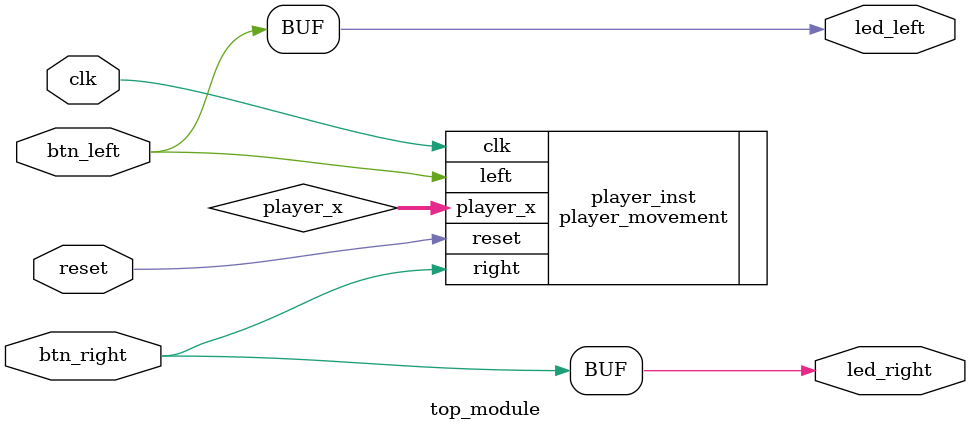
<source format=v>



`timescale 1ns / 1ps

module top_module (
    input wire clk,        // System clock
    input wire reset,      // Reset signal
    input wire btn_left,   // Button for moving left
    input wire btn_right,  // Button for moving right
    output wire led_left,  // LED for left movement
    output wire led_right  // LED for right movement
);

    wire [9:0] player_x;  // Internal signal, not an output port

    // Instantiate the player movement module
    player_movement player_inst (
        .clk(clk),
        .reset(reset),
        .left(btn_left),
        .right(btn_right),
        .player_x(player_x)  
    );

    // Light up LEDs when moving
    assign led_left = btn_left;
    assign led_right = btn_right;

endmodule



</source>
